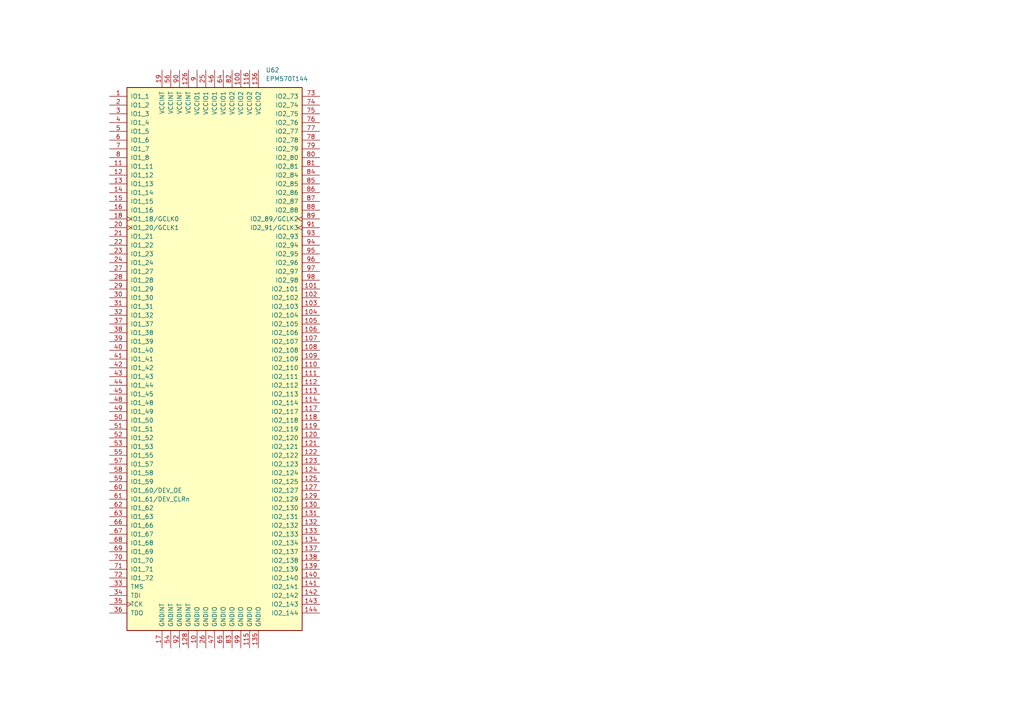
<source format=kicad_sch>
(kicad_sch (version 20250114) (generator "eeschema") (generator_version "9.0")
  (paper "A4")
  (lib_symbols
    (symbol "CPLD_Altera:EPM570T144" (pin_names (offset 1.016))
      (property "Reference" "U" (at 15.24 80.01 0))
      (property "Value" "EPM570T144" (at 15.24 -80.01 0))
      (symbol "EPM570T144_1_1"
        (rectangle (start -25.4 78.74) (end 25.4 -78.74) (stroke (width 0.254)) (fill (type background)))
        (pin bidirectional line (at -30.48 76.2 0) (length 5.08) (name "IO1_1") (number "1"))
        (pin bidirectional line (at -30.48 73.66 0) (length 5.08) (name "IO1_2") (number "2"))
        (pin bidirectional line (at -30.48 71.12 0) (length 5.08) (name "IO1_3") (number "3"))
        (pin bidirectional line (at -30.48 68.58 0) (length 5.08) (name "IO1_4") (number "4"))
        (pin bidirectional line (at -30.48 66.04 0) (length 5.08) (name "IO1_5") (number "5"))
        (pin bidirectional line (at -30.48 63.5 0) (length 5.08) (name "IO1_6") (number "6"))
        (pin bidirectional line (at -30.48 60.96 0) (length 5.08) (name "IO1_7") (number "7"))
        (pin bidirectional line (at -30.48 58.42 0) (length 5.08) (name "IO1_8") (number "8"))
        (pin bidirectional line (at -30.48 55.88 0) (length 5.08) (name "IO1_11") (number "11"))
        (pin bidirectional line (at -30.48 53.34 0) (length 5.08) (name "IO1_12") (number "12"))
        (pin bidirectional line (at -30.48 50.8 0) (length 5.08) (name "IO1_13") (number "13"))
        (pin bidirectional line (at -30.48 48.26 0) (length 5.08) (name "IO1_14") (number "14"))
        (pin bidirectional line (at -30.48 45.72 0) (length 5.08) (name "IO1_15") (number "15"))
        (pin bidirectional line (at -30.48 43.18 0) (length 5.08) (name "IO1_16") (number "16"))
        (pin bidirectional clock (at -30.48 40.64 0) (length 5.08) (name "IO1_18/GCLK0") (number "18"))
        (pin bidirectional clock (at -30.48 38.1 0) (length 5.08) (name "IO1_20/GCLK1") (number "20"))
        (pin bidirectional line (at -30.48 35.56 0) (length 5.08) (name "IO1_21") (number "21"))
        (pin bidirectional line (at -30.48 33.02 0) (length 5.08) (name "IO1_22") (number "22"))
        (pin bidirectional line (at -30.48 30.48 0) (length 5.08) (name "IO1_23") (number "23"))
        (pin bidirectional line (at -30.48 27.94 0) (length 5.08) (name "IO1_24") (number "24"))
        (pin bidirectional line (at -30.48 25.4 0) (length 5.08) (name "IO1_27") (number "27"))
        (pin bidirectional line (at -30.48 22.86 0) (length 5.08) (name "IO1_28") (number "28"))
        (pin bidirectional line (at -30.48 20.32 0) (length 5.08) (name "IO1_29") (number "29"))
        (pin bidirectional line (at -30.48 17.78 0) (length 5.08) (name "IO1_30") (number "30"))
        (pin bidirectional line (at -30.48 15.24 0) (length 5.08) (name "IO1_31") (number "31"))
        (pin bidirectional line (at -30.48 12.7 0) (length 5.08) (name "IO1_32") (number "32"))
        (pin bidirectional line (at -30.48 10.16 0) (length 5.08) (name "IO1_37") (number "37"))
        (pin bidirectional line (at -30.48 7.62 0) (length 5.08) (name "IO1_38") (number "38"))
        (pin bidirectional line (at -30.48 5.08 0) (length 5.08) (name "IO1_39") (number "39"))
        (pin bidirectional line (at -30.48 2.54 0) (length 5.08) (name "IO1_40") (number "40"))
        (pin bidirectional line (at -30.48 0 0) (length 5.08) (name "IO1_41") (number "41"))
        (pin bidirectional line (at -30.48 -2.54 0) (length 5.08) (name "IO1_42") (number "42"))
        (pin bidirectional line (at -30.48 -5.08 0) (length 5.08) (name "IO1_43") (number "43"))
        (pin bidirectional line (at -30.48 -7.62 0) (length 5.08) (name "IO1_44") (number "44"))
        (pin bidirectional line (at -30.48 -10.16 0) (length 5.08) (name "IO1_45") (number "45"))
        (pin bidirectional line (at -30.48 -12.7 0) (length 5.08) (name "IO1_48") (number "48"))
        (pin bidirectional line (at -30.48 -15.24 0) (length 5.08) (name "IO1_49") (number "49"))
        (pin bidirectional line (at -30.48 -17.78 0) (length 5.08) (name "IO1_50") (number "50"))
        (pin bidirectional line (at -30.48 -20.32 0) (length 5.08) (name "IO1_51") (number "51"))
        (pin bidirectional line (at -30.48 -22.86 0) (length 5.08) (name "IO1_52") (number "52"))
        (pin bidirectional line (at -30.48 -25.4 0) (length 5.08) (name "IO1_53") (number "53"))
        (pin bidirectional line (at -30.48 -27.94 0) (length 5.08) (name "IO1_55") (number "55"))
        (pin bidirectional line (at -30.48 -30.48 0) (length 5.08) (name "IO1_57") (number "57"))
        (pin bidirectional line (at -30.48 -33.02 0) (length 5.08) (name "IO1_58") (number "58"))
        (pin bidirectional line (at -30.48 -35.56 0) (length 5.08) (name "IO1_59") (number "59"))
        (pin bidirectional line (at -30.48 -38.1 0) (length 5.08) (name "IO1_60/DEV_OE") (number "60"))
        (pin bidirectional line (at -30.48 -40.64 0) (length 5.08) (name "IO1_61/DEV_CLRn") (number "61"))
        (pin bidirectional line (at -30.48 -43.18 0) (length 5.08) (name "IO1_62") (number "62"))
        (pin bidirectional line (at -30.48 -45.72 0) (length 5.08) (name "IO1_63") (number "63"))
        (pin bidirectional line (at -30.48 -48.26 0) (length 5.08) (name "IO1_66") (number "66"))
        (pin bidirectional line (at -30.48 -50.8 0) (length 5.08) (name "IO1_67") (number "67"))
        (pin bidirectional line (at -30.48 -53.34 0) (length 5.08) (name "IO1_68") (number "68"))
        (pin bidirectional line (at -30.48 -55.88 0) (length 5.08) (name "IO1_69") (number "69"))
        (pin bidirectional line (at -30.48 -58.42 0) (length 5.08) (name "IO1_70") (number "70"))
        (pin bidirectional line (at -30.48 -60.96 0) (length 5.08) (name "IO1_71") (number "71"))
        (pin bidirectional line (at -30.48 -63.5 0) (length 5.08) (name "IO1_72") (number "72"))
        (pin input line (at -30.48 -66.04 0) (length 5.08) (name "TMS") (number "33"))
        (pin input line (at -30.48 -68.58 0) (length 5.08) (name "TDI") (number "34"))
        (pin input clock (at -30.48 -71.12 0) (length 5.08) (name "TCK") (number "35"))
        (pin output line (at -30.48 -73.66 0) (length 5.08) (name "TDO") (number "36"))
        (pin power_in line (at -15.24 83.82 270) (length 5.08) (name "VCCINT") (number "19"))
        (pin power_in line (at -15.24 -83.82 90) (length 5.08) (name "GNDINT") (number "17"))
        (pin power_in line (at -12.7 83.82 270) (length 5.08) (name "VCCINT") (number "56"))
        (pin power_in line (at -12.7 -83.82 90) (length 5.08) (name "GNDINT") (number "54"))
        (pin power_in line (at -10.16 83.82 270) (length 5.08) (name "VCCINT") (number "90"))
        (pin power_in line (at -10.16 -83.82 90) (length 5.08) (name "GNDINT") (number "92"))
        (pin power_in line (at -7.62 83.82 270) (length 5.08) (name "VCCINT") (number "126"))
        (pin power_in line (at -7.62 -83.82 90) (length 5.08) (name "GNDINT") (number "128"))
        (pin power_in line (at -5.08 83.82 270) (length 5.08) (name "VCCIO1") (number "9"))
        (pin power_in line (at -5.08 -83.82 90) (length 5.08) (name "GNDIO") (number "10"))
        (pin power_in line (at -2.54 83.82 270) (length 5.08) (name "VCCIO1") (number "25"))
        (pin power_in line (at -2.54 -83.82 90) (length 5.08) (name "GNDIO") (number "26"))
        (pin power_in line (at 0 83.82 270) (length 5.08) (name "VCCIO1") (number "46"))
        (pin power_in line (at 0 -83.82 90) (length 5.08) (name "GNDIO") (number "47"))
        (pin power_in line (at 2.54 83.82 270) (length 5.08) (name "VCCIO1") (number "64"))
        (pin power_in line (at 2.54 -83.82 90) (length 5.08) (name "GNDIO") (number "65"))
        (pin power_in line (at 5.08 83.82 270) (length 5.08) (name "VCCIO2") (number "82"))
        (pin power_in line (at 5.08 -83.82 90) (length 5.08) (name "GNDIO") (number "83"))
        (pin power_in line (at 7.62 83.82 270) (length 5.08) (name "VCCIO2") (number "100"))
        (pin power_in line (at 7.62 -83.82 90) (length 5.08) (name "GNDIO") (number "99"))
        (pin power_in line (at 10.16 83.82 270) (length 5.08) (name "VCCIO2") (number "116"))
        (pin power_in line (at 10.16 -83.82 90) (length 5.08) (name "GNDIO") (number "115"))
        (pin power_in line (at 12.7 83.82 270) (length 5.08) (name "VCCIO2") (number "136"))
        (pin power_in line (at 12.7 -83.82 90) (length 5.08) (name "GNDIO") (number "135"))
        (pin bidirectional line (at 30.48 76.2 180) (length 5.08) (name "IO2_73") (number "73"))
        (pin bidirectional line (at 30.48 73.66 180) (length 5.08) (name "IO2_74") (number "74"))
        (pin bidirectional line (at 30.48 71.12 180) (length 5.08) (name "IO2_75") (number "75"))
        (pin bidirectional line (at 30.48 68.58 180) (length 5.08) (name "IO2_76") (number "76"))
        (pin bidirectional line (at 30.48 66.04 180) (length 5.08) (name "IO2_77") (number "77"))
        (pin bidirectional line (at 30.48 63.5 180) (length 5.08) (name "IO2_78") (number "78"))
        (pin bidirectional line (at 30.48 60.96 180) (length 5.08) (name "IO2_79") (number "79"))
        (pin bidirectional line (at 30.48 58.42 180) (length 5.08) (name "IO2_80") (number "80"))
        (pin bidirectional line (at 30.48 55.88 180) (length 5.08) (name "IO2_81") (number "81"))
        (pin bidirectional line (at 30.48 53.34 180) (length 5.08) (name "IO2_84") (number "84"))
        (pin bidirectional line (at 30.48 50.8 180) (length 5.08) (name "IO2_85") (number "85"))
        (pin bidirectional line (at 30.48 48.26 180) (length 5.08) (name "IO2_86") (number "86"))
        (pin bidirectional line (at 30.48 45.72 180) (length 5.08) (name "IO2_87") (number "87"))
        (pin bidirectional line (at 30.48 43.18 180) (length 5.08) (name "IO2_88") (number "88"))
        (pin bidirectional clock (at 30.48 40.64 180) (length 5.08) (name "IO2_89/GCLK2") (number "89"))
        (pin bidirectional clock (at 30.48 38.1 180) (length 5.08) (name "IO2_91/GCLK3") (number "91"))
        (pin bidirectional line (at 30.48 35.56 180) (length 5.08) (name "IO2_93") (number "93"))
        (pin bidirectional line (at 30.48 33.02 180) (length 5.08) (name "IO2_94") (number "94"))
        (pin bidirectional line (at 30.48 30.48 180) (length 5.08) (name "IO2_95") (number "95"))
        (pin bidirectional line (at 30.48 27.94 180) (length 5.08) (name "IO2_96") (number "96"))
        (pin bidirectional line (at 30.48 25.4 180) (length 5.08) (name "IO2_97") (number "97"))
        (pin bidirectional line (at 30.48 22.86 180) (length 5.08) (name "IO2_98") (number "98"))
        (pin bidirectional line (at 30.48 20.32 180) (length 5.08) (name "IO2_101") (number "101"))
        (pin bidirectional line (at 30.48 17.78 180) (length 5.08) (name "IO2_102") (number "102"))
        (pin bidirectional line (at 30.48 15.24 180) (length 5.08) (name "IO2_103") (number "103"))
        (pin bidirectional line (at 30.48 12.7 180) (length 5.08) (name "IO2_104") (number "104"))
        (pin bidirectional line (at 30.48 10.16 180) (length 5.08) (name "IO2_105") (number "105"))
        (pin bidirectional line (at 30.48 7.62 180) (length 5.08) (name "IO2_106") (number "106"))
        (pin bidirectional line (at 30.48 5.08 180) (length 5.08) (name "IO2_107") (number "107"))
        (pin bidirectional line (at 30.48 2.54 180) (length 5.08) (name "IO2_108") (number "108"))
        (pin bidirectional line (at 30.48 0 180) (length 5.08) (name "IO2_109") (number "109"))
        (pin bidirectional line (at 30.48 -2.54 180) (length 5.08) (name "IO2_110") (number "110"))
        (pin bidirectional line (at 30.48 -5.08 180) (length 5.08) (name "IO2_111") (number "111"))
        (pin bidirectional line (at 30.48 -7.62 180) (length 5.08) (name "IO2_112") (number "112"))
        (pin bidirectional line (at 30.48 -10.16 180) (length 5.08) (name "IO2_113") (number "113"))
        (pin bidirectional line (at 30.48 -12.7 180) (length 5.08) (name "IO2_114") (number "114"))
        (pin bidirectional line (at 30.48 -15.24 180) (length 5.08) (name "IO2_117") (number "117"))
        (pin bidirectional line (at 30.48 -17.78 180) (length 5.08) (name "IO2_118") (number "118"))
        (pin bidirectional line (at 30.48 -20.32 180) (length 5.08) (name "IO2_119") (number "119"))
        (pin bidirectional line (at 30.48 -22.86 180) (length 5.08) (name "IO2_120") (number "120"))
        (pin bidirectional line (at 30.48 -25.4 180) (length 5.08) (name "IO2_121") (number "121"))
        (pin bidirectional line (at 30.48 -27.94 180) (length 5.08) (name "IO2_122") (number "122"))
        (pin bidirectional line (at 30.48 -30.48 180) (length 5.08) (name "IO2_123") (number "123"))
        (pin bidirectional line (at 30.48 -33.02 180) (length 5.08) (name "IO2_124") (number "124"))
        (pin bidirectional line (at 30.48 -35.56 180) (length 5.08) (name "IO2_125") (number "125"))
        (pin bidirectional line (at 30.48 -38.1 180) (length 5.08) (name "IO2_127") (number "127"))
        (pin bidirectional line (at 30.48 -40.64 180) (length 5.08) (name "IO2_129") (number "129"))
        (pin bidirectional line (at 30.48 -43.18 180) (length 5.08) (name "IO2_130") (number "130"))
        (pin bidirectional line (at 30.48 -45.72 180) (length 5.08) (name "IO2_131") (number "131"))
        (pin bidirectional line (at 30.48 -48.26 180) (length 5.08) (name "IO2_132") (number "132"))
        (pin bidirectional line (at 30.48 -50.8 180) (length 5.08) (name "IO2_133") (number "133"))
        (pin bidirectional line (at 30.48 -53.34 180) (length 5.08) (name "IO2_134") (number "134"))
        (pin bidirectional line (at 30.48 -55.88 180) (length 5.08) (name "IO2_137") (number "137"))
        (pin bidirectional line (at 30.48 -58.42 180) (length 5.08) (name "IO2_138") (number "138"))
        (pin bidirectional line (at 30.48 -60.96 180) (length 5.08) (name "IO2_139") (number "139"))
        (pin bidirectional line (at 30.48 -63.5 180) (length 5.08) (name "IO2_140") (number "140"))
        (pin bidirectional line (at 30.48 -66.04 180) (length 5.08) (name "IO2_141") (number "141"))
        (pin bidirectional line (at 30.48 -68.58 180) (length 5.08) (name "IO2_142") (number "142"))
        (pin bidirectional line (at 30.48 -71.12 180) (length 5.08) (name "IO2_143") (number "143"))
        (pin bidirectional line (at 30.48 -73.66 180) (length 5.08) (name "IO2_144") (number "144"))
      )
    )
  )
  (symbol (lib_id "CPLD_Altera:EPM570T144") (at 62.23 104.14 0) (unit 1)
    (property "Reference" "U62" (at 77.0733 20.32 0) (effects (justify left)))
    (property "Value" "EPM570T144" (at 77.0733 22.86 0) (effects (justify left)))
    (property "Footprint" "Package_QFP:LQFP-144_20x20mm_P0.5mm" (effects (hide yes)))
    (property "Datasheet" "https://www.altera.com/content/dam/altera-www/global/en_US/pdfs/literature/hb/max2/max2_mii5v1.pdf" (effects (hide yes)))
    (property "Description" "Altera MAX2 CPLD with 570 LE" (effects (hide yes)))
  )
)
</source>
